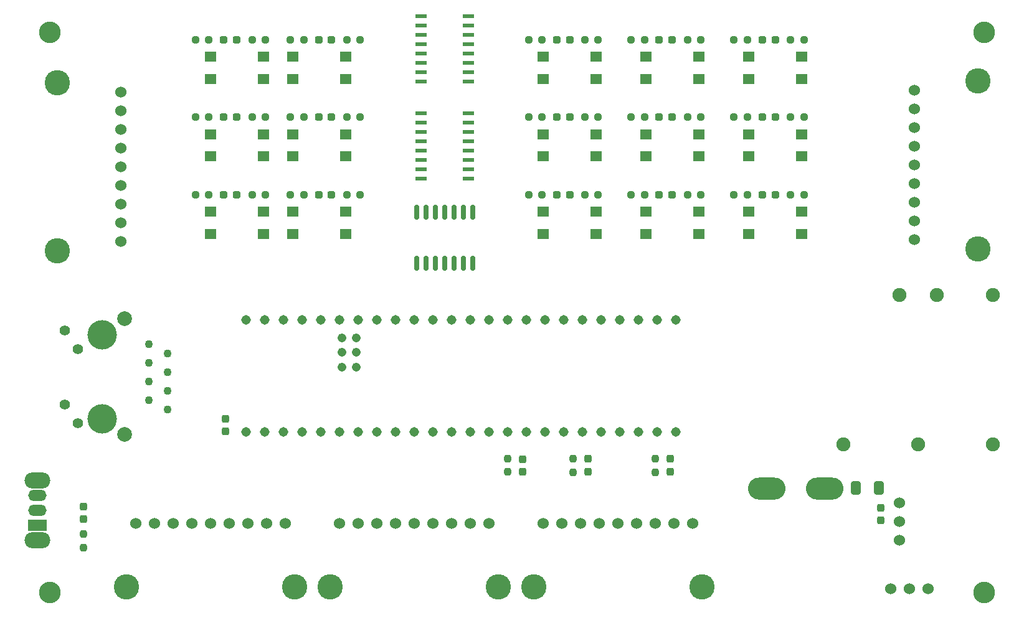
<source format=gbr>
%TF.GenerationSoftware,KiCad,Pcbnew,7.0.7*%
%TF.CreationDate,2023-11-02T11:28:47-05:00*%
%TF.ProjectId,CoreBoard_Rev1,436f7265-426f-4617-9264-5f526576312e,rev?*%
%TF.SameCoordinates,Original*%
%TF.FileFunction,Soldermask,Top*%
%TF.FilePolarity,Negative*%
%FSLAX46Y46*%
G04 Gerber Fmt 4.6, Leading zero omitted, Abs format (unit mm)*
G04 Created by KiCad (PCBNEW 7.0.7) date 2023-11-02 11:28:47*
%MOMM*%
%LPD*%
G01*
G04 APERTURE LIST*
G04 Aperture macros list*
%AMRoundRect*
0 Rectangle with rounded corners*
0 $1 Rounding radius*
0 $2 $3 $4 $5 $6 $7 $8 $9 X,Y pos of 4 corners*
0 Add a 4 corners polygon primitive as box body*
4,1,4,$2,$3,$4,$5,$6,$7,$8,$9,$2,$3,0*
0 Add four circle primitives for the rounded corners*
1,1,$1+$1,$2,$3*
1,1,$1+$1,$4,$5*
1,1,$1+$1,$6,$7*
1,1,$1+$1,$8,$9*
0 Add four rect primitives between the rounded corners*
20,1,$1+$1,$2,$3,$4,$5,0*
20,1,$1+$1,$4,$5,$6,$7,0*
20,1,$1+$1,$6,$7,$8,$9,0*
20,1,$1+$1,$8,$9,$2,$3,0*%
G04 Aperture macros list end*
%ADD10RoundRect,0.237500X0.287500X0.237500X-0.287500X0.237500X-0.287500X-0.237500X0.287500X-0.237500X0*%
%ADD11C,3.450000*%
%ADD12C,1.524000*%
%ADD13RoundRect,0.237500X0.250000X0.237500X-0.250000X0.237500X-0.250000X-0.237500X0.250000X-0.237500X0*%
%ADD14O,3.500000X2.200000*%
%ADD15R,2.500000X1.500000*%
%ADD16O,2.500000X1.500000*%
%ADD17R,1.600000X1.400000*%
%ADD18C,2.946400*%
%ADD19RoundRect,0.237500X-0.237500X0.250000X-0.237500X-0.250000X0.237500X-0.250000X0.237500X0.250000X0*%
%ADD20RoundRect,0.250000X-0.412500X-0.650000X0.412500X-0.650000X0.412500X0.650000X-0.412500X0.650000X0*%
%ADD21RoundRect,0.237500X0.237500X-0.287500X0.237500X0.287500X-0.237500X0.287500X-0.237500X-0.287500X0*%
%ADD22C,1.308000*%
%ADD23C,1.208000*%
%ADD24RoundRect,0.237500X-0.237500X0.300000X-0.237500X-0.300000X0.237500X-0.300000X0.237500X0.300000X0*%
%ADD25RoundRect,0.150000X0.150000X-0.837500X0.150000X0.837500X-0.150000X0.837500X-0.150000X-0.837500X0*%
%ADD26RoundRect,0.237500X0.237500X-0.300000X0.237500X0.300000X-0.237500X0.300000X-0.237500X-0.300000X0*%
%ADD27RoundRect,0.237500X0.237500X-0.250000X0.237500X0.250000X-0.237500X0.250000X-0.237500X-0.250000X0*%
%ADD28RoundRect,0.237500X-0.237500X0.287500X-0.237500X-0.287500X0.237500X-0.287500X0.237500X0.287500X0*%
%ADD29RoundRect,0.137500X-0.662500X-0.137500X0.662500X-0.137500X0.662500X0.137500X-0.662500X0.137500X0*%
%ADD30RoundRect,0.137500X0.662500X0.137500X-0.662500X0.137500X-0.662500X-0.137500X0.662500X-0.137500X0*%
%ADD31C,1.100000*%
%ADD32C,1.400000*%
%ADD33C,4.000000*%
%ADD34C,2.000000*%
%ADD35O,5.100000X3.000000*%
%ADD36C,1.900000*%
G04 APERTURE END LIST*
D10*
%TO.C,D6*%
X155434000Y-47879000D03*
X153684000Y-47879000D03*
%TD*%
D11*
%TO.C,Conn2*%
X196977000Y-42926000D03*
X196977000Y-65786000D03*
D12*
X188341000Y-44196000D03*
X188341000Y-46736000D03*
X188341000Y-49276000D03*
X188341000Y-51816000D03*
X188341000Y-54356000D03*
X188341000Y-56896000D03*
X188341000Y-59436000D03*
X188341000Y-61976000D03*
X188341000Y-64516000D03*
%TD*%
%TO.C,U7*%
X186309000Y-105410000D03*
X186309000Y-102870000D03*
X186309000Y-100330000D03*
%TD*%
D13*
%TO.C,R16*%
X151661500Y-37338000D03*
X149836500Y-37338000D03*
%TD*%
%TO.C,R6*%
X151661500Y-47879000D03*
X149836500Y-47879000D03*
%TD*%
D14*
%TO.C,SW16*%
X69131500Y-105446000D03*
X69131500Y-97246000D03*
D15*
X69131500Y-103346000D03*
D16*
X69131500Y-101346000D03*
X69131500Y-99346000D03*
%TD*%
D17*
%TO.C,SW15*%
X99866000Y-63730000D03*
X92666000Y-63730000D03*
X99866000Y-60730000D03*
X92666000Y-60730000D03*
%TD*%
D13*
%TO.C,R5*%
X165656900Y-47879000D03*
X163831900Y-47879000D03*
%TD*%
D11*
%TO.C,Conn5*%
X131826000Y-111760000D03*
X108966000Y-111760000D03*
D12*
X130556000Y-103124000D03*
X128016000Y-103124000D03*
X125476000Y-103124000D03*
X122936000Y-103124000D03*
X120396000Y-103124000D03*
X117856000Y-103124000D03*
X115316000Y-103124000D03*
X112776000Y-103124000D03*
X110236000Y-103124000D03*
%TD*%
D10*
%TO.C,D17*%
X109129800Y-37338000D03*
X107379800Y-37338000D03*
%TD*%
D17*
%TO.C,SW14*%
X111042000Y-42648000D03*
X103842000Y-42648000D03*
X111042000Y-39648000D03*
X103842000Y-39648000D03*
%TD*%
D13*
%TO.C,R8*%
X105357300Y-47879000D03*
X103532300Y-47879000D03*
%TD*%
D10*
%TO.C,D9*%
X96252000Y-37338000D03*
X94502000Y-37338000D03*
%TD*%
D18*
%TO.C,REF\u002A\u002A*%
X197866000Y-112522000D03*
%TD*%
D17*
%TO.C,SW13*%
X145078000Y-63730000D03*
X137878000Y-63730000D03*
X145078000Y-60730000D03*
X137878000Y-60730000D03*
%TD*%
D18*
%TO.C,REF\u002A\u002A*%
X70866000Y-112522000D03*
%TD*%
D11*
%TO.C,Conn4*%
X104140000Y-111760000D03*
X81280000Y-111760000D03*
D12*
X102870000Y-103124000D03*
X100330000Y-103124000D03*
X97790000Y-103124000D03*
X95250000Y-103124000D03*
X92710000Y-103124000D03*
X90170000Y-103124000D03*
X87630000Y-103124000D03*
X85090000Y-103124000D03*
X82550000Y-103124000D03*
%TD*%
D18*
%TO.C,REF\u002A\u002A*%
X197866000Y-36322000D03*
%TD*%
D13*
%TO.C,R14*%
X92454100Y-37338000D03*
X90629100Y-37338000D03*
%TD*%
D17*
%TO.C,SW12*%
X159048000Y-63730000D03*
X151848000Y-63730000D03*
X159048000Y-60730000D03*
X151848000Y-60730000D03*
%TD*%
D10*
%TO.C,D10*%
X169454800Y-37338000D03*
X167704800Y-37338000D03*
%TD*%
D13*
%TO.C,R9*%
X100175700Y-47879000D03*
X98350700Y-47879000D03*
%TD*%
D19*
%TO.C,R36*%
X133096000Y-94299400D03*
X133096000Y-96124400D03*
%TD*%
D13*
%TO.C,R20*%
X173340400Y-37338000D03*
X171515400Y-37338000D03*
%TD*%
%TO.C,R10*%
X173340400Y-47879000D03*
X171515400Y-47879000D03*
%TD*%
%TO.C,R19*%
X100175700Y-37338000D03*
X98350700Y-37338000D03*
%TD*%
D10*
%TO.C,D12*%
X141514800Y-37338000D03*
X139764800Y-37338000D03*
%TD*%
D13*
%TO.C,R33*%
X100175700Y-58420000D03*
X98350700Y-58420000D03*
%TD*%
D17*
%TO.C,SW4*%
X145078000Y-53189000D03*
X137878000Y-53189000D03*
X145078000Y-50189000D03*
X137878000Y-50189000D03*
%TD*%
D20*
%TO.C,C2*%
X180428500Y-98298000D03*
X183553500Y-98298000D03*
%TD*%
D10*
%TO.C,D16*%
X141514800Y-58420000D03*
X139764800Y-58420000D03*
%TD*%
D13*
%TO.C,R23*%
X113040800Y-58420000D03*
X111215800Y-58420000D03*
%TD*%
%TO.C,R18*%
X105357300Y-58420000D03*
X103532300Y-58420000D03*
%TD*%
%TO.C,R29*%
X173340400Y-58420000D03*
X171515400Y-58420000D03*
%TD*%
D21*
%TO.C,D20*%
X155194000Y-96086900D03*
X155194000Y-94336900D03*
%TD*%
D22*
%TO.C,U1*%
X100076000Y-90678000D03*
X102616000Y-90678000D03*
X105156000Y-90678000D03*
X107696000Y-90678000D03*
X133096000Y-90678000D03*
X102616000Y-75438000D03*
X110236000Y-90678000D03*
X112776000Y-90678000D03*
X115316000Y-90678000D03*
X117856000Y-90678000D03*
X120396000Y-90678000D03*
X122936000Y-90678000D03*
X125476000Y-90678000D03*
X128016000Y-90678000D03*
X130556000Y-90678000D03*
X130556000Y-75438000D03*
X128016000Y-75438000D03*
X125476000Y-75438000D03*
X122936000Y-75438000D03*
X120396000Y-75438000D03*
X117856000Y-75438000D03*
X115316000Y-75438000D03*
X112776000Y-75438000D03*
X110236000Y-75438000D03*
X107696000Y-75438000D03*
X105156000Y-75438000D03*
X135636000Y-90678000D03*
X138176000Y-90678000D03*
X140716000Y-90678000D03*
X143256000Y-90678000D03*
X145796000Y-90678000D03*
X148336000Y-90678000D03*
X150876000Y-90678000D03*
X153416000Y-90678000D03*
X155956000Y-90678000D03*
X155956000Y-75438000D03*
X153416000Y-75438000D03*
X150876000Y-75438000D03*
X148336000Y-75438000D03*
X145796000Y-75438000D03*
X143256000Y-75438000D03*
X140716000Y-75438000D03*
X138176000Y-75438000D03*
X135636000Y-75438000D03*
X97536000Y-90678000D03*
X133096000Y-75438000D03*
X100076000Y-75438000D03*
D23*
X112506000Y-79888000D03*
X110506000Y-79888000D03*
X110506000Y-77888000D03*
X112506000Y-77888000D03*
X112506000Y-81888000D03*
X110506000Y-81888000D03*
D22*
X97536000Y-75438000D03*
%TD*%
D13*
%TO.C,R28*%
X92454100Y-58420000D03*
X90629100Y-58420000D03*
%TD*%
D24*
%TO.C,C3*%
X183769000Y-100991500D03*
X183769000Y-102716500D03*
%TD*%
D25*
%TO.C,U6*%
X120700800Y-67724500D03*
X121970800Y-67724500D03*
X123240800Y-67724500D03*
X124510800Y-67724500D03*
X125780800Y-67724500D03*
X127050800Y-67724500D03*
X128320800Y-67724500D03*
X128320800Y-60799500D03*
X127050800Y-60799500D03*
X125780800Y-60799500D03*
X124510800Y-60799500D03*
X123240800Y-60799500D03*
X121970800Y-60799500D03*
X120700800Y-60799500D03*
%TD*%
D13*
%TO.C,R21*%
X159357700Y-37338000D03*
X157532700Y-37338000D03*
%TD*%
D10*
%TO.C,D15*%
X155434000Y-58420000D03*
X153684000Y-58420000D03*
%TD*%
%TO.C,D13*%
X109129800Y-58420000D03*
X107379800Y-58420000D03*
%TD*%
D17*
%TO.C,SW9*%
X145078000Y-42648000D03*
X137878000Y-42648000D03*
X145078000Y-39648000D03*
X137878000Y-39648000D03*
%TD*%
%TO.C,SW8*%
X159048000Y-42648000D03*
X151848000Y-42648000D03*
X159048000Y-39648000D03*
X151848000Y-39648000D03*
%TD*%
D26*
%TO.C,C1*%
X94742000Y-90625000D03*
X94742000Y-88900000D03*
%TD*%
D27*
%TO.C,R38*%
X141971500Y-96162500D03*
X141971500Y-94337500D03*
%TD*%
D28*
%TO.C,D21*%
X135128000Y-94375000D03*
X135128000Y-96125000D03*
%TD*%
D13*
%TO.C,R4*%
X92454100Y-47879000D03*
X90629100Y-47879000D03*
%TD*%
D10*
%TO.C,D5*%
X169454800Y-47879000D03*
X167704800Y-47879000D03*
%TD*%
D13*
%TO.C,R30*%
X159357700Y-58420000D03*
X157532700Y-58420000D03*
%TD*%
D10*
%TO.C,D8*%
X109129800Y-47879000D03*
X107379800Y-47879000D03*
%TD*%
D13*
%TO.C,R32*%
X113040800Y-37338000D03*
X111215800Y-37338000D03*
%TD*%
%TO.C,R27*%
X105357300Y-37338000D03*
X103532300Y-37338000D03*
%TD*%
D29*
%TO.C,U4*%
X121260800Y-34163000D03*
X121260800Y-35433000D03*
X121260800Y-36703000D03*
X121260800Y-37973000D03*
X121260800Y-39243000D03*
X121260800Y-40513000D03*
X121260800Y-41783000D03*
X121260800Y-43053000D03*
X127760800Y-43053000D03*
X127760800Y-41783000D03*
X127760800Y-40513000D03*
X127760800Y-39243000D03*
X127760800Y-37973000D03*
X127760800Y-36703000D03*
X127760800Y-35433000D03*
X127760800Y-34163000D03*
%TD*%
D13*
%TO.C,R11*%
X159357700Y-47879000D03*
X157532700Y-47879000D03*
%TD*%
%TO.C,R7*%
X137742300Y-47879000D03*
X135917300Y-47879000D03*
%TD*%
D10*
%TO.C,D11*%
X155434000Y-37338000D03*
X153684000Y-37338000D03*
%TD*%
%TO.C,D7*%
X141514800Y-47879000D03*
X139764800Y-47879000D03*
%TD*%
D13*
%TO.C,R15*%
X165656900Y-37338000D03*
X163831900Y-37338000D03*
%TD*%
D12*
%TO.C,Conn7*%
X190246000Y-112014000D03*
X187706000Y-112014000D03*
X185166000Y-112014000D03*
%TD*%
D30*
%TO.C,U5*%
X127760800Y-56261000D03*
X127760800Y-54991000D03*
X127760800Y-53721000D03*
X127760800Y-52451000D03*
X127760800Y-51181000D03*
X127760800Y-49911000D03*
X127760800Y-48641000D03*
X127760800Y-47371000D03*
X121260800Y-47371000D03*
X121260800Y-48641000D03*
X121260800Y-49911000D03*
X121260800Y-51181000D03*
X121260800Y-52451000D03*
X121260800Y-53721000D03*
X121260800Y-54991000D03*
X121260800Y-56261000D03*
%TD*%
D17*
%TO.C,SW5*%
X111042000Y-53189000D03*
X103842000Y-53189000D03*
X111042000Y-50189000D03*
X103842000Y-50189000D03*
%TD*%
D10*
%TO.C,D4*%
X96252000Y-47879000D03*
X94502000Y-47879000D03*
%TD*%
D13*
%TO.C,R24*%
X165656900Y-58420000D03*
X163831900Y-58420000D03*
%TD*%
D10*
%TO.C,D14*%
X169454800Y-58420000D03*
X167704800Y-58420000D03*
%TD*%
D17*
%TO.C,SW2*%
X173018000Y-53189000D03*
X165818000Y-53189000D03*
X173018000Y-50189000D03*
X165818000Y-50189000D03*
%TD*%
%TO.C,SW3*%
X159048000Y-53189000D03*
X151848000Y-53189000D03*
X159048000Y-50189000D03*
X151848000Y-50189000D03*
%TD*%
D13*
%TO.C,R13*%
X113040800Y-47879000D03*
X111215800Y-47879000D03*
%TD*%
%TO.C,R17*%
X137742300Y-37338000D03*
X135917300Y-37338000D03*
%TD*%
D31*
%TO.C,J1*%
X84328000Y-78740000D03*
X86868000Y-80010000D03*
X84328000Y-81280000D03*
X86868000Y-82550000D03*
X84328000Y-83820000D03*
X86868000Y-85090000D03*
X84328000Y-86360000D03*
X86868000Y-87630000D03*
D32*
X72898000Y-76860000D03*
X74688000Y-79400000D03*
X72898000Y-86970000D03*
X74688000Y-89510000D03*
D33*
X77978000Y-77470000D03*
X77978000Y-88900000D03*
D34*
X81028000Y-75310000D03*
X81028000Y-91060000D03*
%TD*%
D35*
%TO.C,Conn1*%
X168275000Y-98362800D03*
X176149000Y-98362800D03*
%TD*%
D17*
%TO.C,SW6*%
X99866000Y-42648000D03*
X92666000Y-42648000D03*
X99866000Y-39648000D03*
X92666000Y-39648000D03*
%TD*%
D11*
%TO.C,Conn6*%
X159512000Y-111760000D03*
X136652000Y-111760000D03*
D12*
X158242000Y-103124000D03*
X155702000Y-103124000D03*
X153162000Y-103124000D03*
X150622000Y-103124000D03*
X148082000Y-103124000D03*
X145542000Y-103124000D03*
X143002000Y-103124000D03*
X140462000Y-103124000D03*
X137922000Y-103124000D03*
%TD*%
D28*
%TO.C,D19*%
X75450500Y-100804000D03*
X75450500Y-102554000D03*
%TD*%
D13*
%TO.C,R31*%
X145387700Y-58420000D03*
X143562700Y-58420000D03*
%TD*%
%TO.C,R12*%
X145387700Y-47879000D03*
X143562700Y-47879000D03*
%TD*%
D19*
%TO.C,R34*%
X75450500Y-104567000D03*
X75450500Y-106392000D03*
%TD*%
D18*
%TO.C,REF\u002A\u002A*%
X70866000Y-36322000D03*
%TD*%
D27*
%TO.C,R35*%
X153162000Y-96162500D03*
X153162000Y-94337500D03*
%TD*%
D17*
%TO.C,SW11*%
X173018000Y-63730000D03*
X165818000Y-63730000D03*
X173018000Y-60730000D03*
X165818000Y-60730000D03*
%TD*%
D10*
%TO.C,D18*%
X96252000Y-58420000D03*
X94502000Y-58420000D03*
%TD*%
D17*
%TO.C,SW7*%
X173018000Y-42648000D03*
X165818000Y-42648000D03*
X173018000Y-39648000D03*
X165818000Y-39648000D03*
%TD*%
D21*
%TO.C,D23*%
X144003500Y-96086900D03*
X144003500Y-94336900D03*
%TD*%
D13*
%TO.C,R25*%
X151661500Y-58420000D03*
X149836500Y-58420000D03*
%TD*%
D17*
%TO.C,SW10*%
X111042000Y-63730000D03*
X103842000Y-63730000D03*
X111042000Y-60730000D03*
X103842000Y-60730000D03*
%TD*%
D13*
%TO.C,R22*%
X145387700Y-37338000D03*
X143562700Y-37338000D03*
%TD*%
D11*
%TO.C,Conn3*%
X71882000Y-66040000D03*
X71882000Y-43180000D03*
D12*
X80518000Y-64770000D03*
X80518000Y-62230000D03*
X80518000Y-59690000D03*
X80518000Y-57150000D03*
X80518000Y-54610000D03*
X80518000Y-52070000D03*
X80518000Y-49530000D03*
X80518000Y-46990000D03*
X80518000Y-44450000D03*
%TD*%
D36*
%TO.C,U3*%
X186322000Y-72068200D03*
X191402000Y-72068200D03*
X199022000Y-72068200D03*
X199022000Y-92388200D03*
X188862000Y-92388200D03*
X178702000Y-92388200D03*
%TD*%
D13*
%TO.C,R26*%
X137742300Y-58420000D03*
X135917300Y-58420000D03*
%TD*%
D17*
%TO.C,SW1*%
X99866000Y-53189000D03*
X92666000Y-53189000D03*
X99866000Y-50189000D03*
X92666000Y-50189000D03*
%TD*%
M02*

</source>
